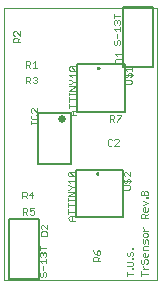
<source format=gto>
G75*
G70*
%OFA0B0*%
%FSLAX24Y24*%
%IPPOS*%
%LPD*%
%AMOC8*
5,1,8,0,0,1.08239X$1,22.5*
%
%ADD10C,0.0000*%
%ADD11C,0.0020*%
%ADD12C,0.0050*%
%ADD13C,0.0080*%
%ADD14C,0.0256*%
%ADD15C,0.0001*%
D10*
X000900Y000980D02*
X000900Y010035D01*
X006018Y010035D01*
X006018Y000980D01*
X000900Y000980D01*
X003986Y004499D02*
X003997Y004494D01*
X004009Y004492D01*
X004022Y004494D01*
X004033Y004499D01*
X004041Y004508D01*
X004047Y004519D01*
X004049Y004531D01*
X004047Y004543D01*
X004041Y004554D01*
X004033Y004563D01*
X004022Y004569D01*
X004009Y004571D01*
X003997Y004569D01*
X003986Y004563D01*
X003978Y004554D01*
X003972Y004543D01*
X003970Y004531D01*
X003972Y004519D01*
X003978Y004508D01*
X003986Y004499D01*
X004049Y008012D02*
X004062Y008014D01*
X004073Y008019D01*
X004081Y008028D01*
X004087Y008039D01*
X004089Y008051D01*
X004087Y008063D01*
X004081Y008074D01*
X004073Y008083D01*
X004062Y008089D01*
X004049Y008091D01*
X004037Y008089D01*
X004026Y008083D01*
X004018Y008074D01*
X004012Y008063D01*
X004010Y008051D01*
X004012Y008039D01*
X004018Y008028D01*
X004026Y008019D01*
X004037Y008014D01*
X004049Y008012D01*
D11*
X004612Y008211D02*
X004612Y008321D01*
X004649Y008357D01*
X004796Y008357D01*
X004832Y008321D01*
X004832Y008211D01*
X004612Y008211D01*
X004685Y008432D02*
X004612Y008505D01*
X004832Y008505D01*
X004832Y008432D02*
X004832Y008578D01*
X004746Y008828D02*
X004782Y008864D01*
X004782Y008938D01*
X004746Y008974D01*
X004709Y008974D01*
X004672Y008938D01*
X004672Y008864D01*
X004635Y008828D01*
X004599Y008828D01*
X004562Y008864D01*
X004562Y008938D01*
X004599Y008974D01*
X004672Y009049D02*
X004672Y009195D01*
X004635Y009270D02*
X004562Y009343D01*
X004782Y009343D01*
X004782Y009270D02*
X004782Y009416D01*
X004746Y009491D02*
X004782Y009527D01*
X004782Y009601D01*
X004746Y009637D01*
X004709Y009637D01*
X004672Y009601D01*
X004672Y009564D01*
X004672Y009601D02*
X004635Y009637D01*
X004599Y009637D01*
X004562Y009601D01*
X004562Y009527D01*
X004599Y009491D01*
X004562Y009712D02*
X004562Y009858D01*
X004562Y009785D02*
X004782Y009785D01*
X005157Y008103D02*
X005157Y007956D01*
X005157Y008030D02*
X004937Y008030D01*
X005011Y007956D01*
X004974Y007882D02*
X004937Y007846D01*
X004937Y007772D01*
X004974Y007735D01*
X005011Y007735D01*
X005047Y007772D01*
X005047Y007846D01*
X005084Y007882D01*
X005121Y007882D01*
X005157Y007846D01*
X005157Y007772D01*
X005121Y007735D01*
X005121Y007661D02*
X004937Y007661D01*
X004901Y007809D02*
X005194Y007809D01*
X005121Y007661D02*
X005157Y007625D01*
X005157Y007551D01*
X005121Y007514D01*
X004937Y007514D01*
X004806Y006480D02*
X004659Y006480D01*
X004585Y006443D02*
X004585Y006370D01*
X004548Y006333D01*
X004438Y006333D01*
X004438Y006260D02*
X004438Y006480D01*
X004548Y006480D01*
X004585Y006443D01*
X004511Y006333D02*
X004585Y006260D01*
X004659Y006260D02*
X004659Y006297D01*
X004806Y006443D01*
X004806Y006480D01*
X004689Y005680D02*
X004616Y005680D01*
X004579Y005643D01*
X004505Y005643D02*
X004468Y005680D01*
X004395Y005680D01*
X004358Y005643D01*
X004358Y005497D01*
X004395Y005460D01*
X004468Y005460D01*
X004505Y005497D01*
X004579Y005460D02*
X004726Y005607D01*
X004726Y005643D01*
X004689Y005680D01*
X004726Y005460D02*
X004579Y005460D01*
X004934Y004583D02*
X004897Y004547D01*
X004897Y004473D01*
X004934Y004436D01*
X004934Y004362D02*
X004897Y004326D01*
X004897Y004252D01*
X004934Y004215D01*
X004971Y004215D01*
X005007Y004252D01*
X005007Y004326D01*
X005044Y004362D01*
X005081Y004362D01*
X005117Y004326D01*
X005117Y004252D01*
X005081Y004215D01*
X005081Y004141D02*
X004897Y004141D01*
X004897Y003994D02*
X005081Y003994D01*
X005117Y004031D01*
X005117Y004105D01*
X005081Y004141D01*
X005154Y004289D02*
X004861Y004289D01*
X005117Y004436D02*
X004971Y004583D01*
X004934Y004583D01*
X005117Y004583D02*
X005117Y004436D01*
X005507Y003956D02*
X005470Y003919D01*
X005470Y003809D01*
X005690Y003809D01*
X005690Y003919D01*
X005653Y003956D01*
X005617Y003956D01*
X005580Y003919D01*
X005580Y003809D01*
X005653Y003735D02*
X005653Y003699D01*
X005690Y003699D01*
X005690Y003735D01*
X005653Y003735D01*
X005543Y003624D02*
X005690Y003551D01*
X005543Y003478D01*
X005580Y003403D02*
X005617Y003403D01*
X005617Y003257D01*
X005653Y003257D02*
X005580Y003257D01*
X005543Y003293D01*
X005543Y003367D01*
X005580Y003403D01*
X005690Y003367D02*
X005690Y003293D01*
X005653Y003257D01*
X005690Y003182D02*
X005617Y003109D01*
X005617Y003146D02*
X005617Y003036D01*
X005690Y003036D02*
X005470Y003036D01*
X005470Y003146D01*
X005507Y003182D01*
X005580Y003182D01*
X005617Y003146D01*
X005543Y002740D02*
X005543Y002704D01*
X005617Y002630D01*
X005690Y002630D02*
X005543Y002630D01*
X005580Y002556D02*
X005543Y002520D01*
X005543Y002446D01*
X005580Y002409D01*
X005653Y002409D01*
X005690Y002446D01*
X005690Y002520D01*
X005653Y002556D01*
X005580Y002556D01*
X005543Y002335D02*
X005543Y002225D01*
X005580Y002188D01*
X005617Y002225D01*
X005617Y002299D01*
X005653Y002335D01*
X005690Y002299D01*
X005690Y002188D01*
X005690Y002114D02*
X005580Y002114D01*
X005543Y002078D01*
X005543Y001967D01*
X005690Y001967D01*
X005617Y001893D02*
X005617Y001746D01*
X005653Y001746D02*
X005580Y001746D01*
X005543Y001783D01*
X005543Y001857D01*
X005580Y001893D01*
X005617Y001893D01*
X005690Y001857D02*
X005690Y001783D01*
X005653Y001746D01*
X005653Y001672D02*
X005690Y001636D01*
X005690Y001562D01*
X005653Y001525D01*
X005580Y001562D02*
X005580Y001636D01*
X005617Y001672D01*
X005653Y001672D01*
X005580Y001562D02*
X005543Y001525D01*
X005507Y001525D01*
X005470Y001562D01*
X005470Y001636D01*
X005507Y001672D01*
X005543Y001451D02*
X005543Y001415D01*
X005617Y001341D01*
X005690Y001341D02*
X005543Y001341D01*
X005470Y001267D02*
X005470Y001120D01*
X005470Y001194D02*
X005690Y001194D01*
X005210Y001189D02*
X004990Y001189D01*
X004990Y001116D02*
X004990Y001262D01*
X004990Y001447D02*
X005173Y001447D01*
X005210Y001484D01*
X005210Y001557D01*
X005173Y001594D01*
X004990Y001594D01*
X005027Y001779D02*
X004990Y001815D01*
X004990Y001889D01*
X005027Y001925D01*
X005100Y001889D02*
X005100Y001815D01*
X005063Y001779D01*
X005027Y001779D01*
X005100Y001889D02*
X005137Y001925D01*
X005173Y001925D01*
X005210Y001889D01*
X005210Y001815D01*
X005173Y001779D01*
X005173Y001705D02*
X005210Y001705D01*
X005210Y001668D01*
X005173Y001668D01*
X005173Y001705D01*
X005173Y002000D02*
X005173Y002036D01*
X005210Y002036D01*
X005210Y002000D01*
X005173Y002000D01*
X005173Y001373D02*
X005210Y001373D01*
X005210Y001337D01*
X005173Y001337D01*
X005173Y001373D01*
X004100Y001598D02*
X003880Y001598D01*
X003880Y001708D01*
X003917Y001745D01*
X003990Y001745D01*
X004027Y001708D01*
X004027Y001598D01*
X004027Y001671D02*
X004100Y001745D01*
X004063Y001819D02*
X004100Y001856D01*
X004100Y001929D01*
X004063Y001966D01*
X004027Y001966D01*
X003990Y001929D01*
X003990Y001819D01*
X004063Y001819D01*
X003990Y001819D02*
X003917Y001892D01*
X003880Y001966D01*
X003267Y002963D02*
X003120Y002963D01*
X003047Y003037D01*
X003120Y003110D01*
X003267Y003110D01*
X003157Y003110D02*
X003157Y002963D01*
X003047Y003184D02*
X003047Y003331D01*
X003047Y003258D02*
X003267Y003258D01*
X003267Y003479D02*
X003047Y003479D01*
X003047Y003552D02*
X003047Y003405D01*
X003047Y003626D02*
X003047Y003700D01*
X003047Y003663D02*
X003267Y003663D01*
X003267Y003626D02*
X003267Y003700D01*
X003267Y003773D02*
X003047Y003773D01*
X003267Y003920D01*
X003047Y003920D01*
X003047Y003994D02*
X003084Y003994D01*
X003157Y004068D01*
X003267Y004068D01*
X003157Y004068D02*
X003084Y004141D01*
X003047Y004141D01*
X003120Y004215D02*
X003047Y004289D01*
X003267Y004289D01*
X003267Y004362D02*
X003267Y004215D01*
X003230Y004436D02*
X003084Y004436D01*
X003047Y004473D01*
X003047Y004547D01*
X003084Y004583D01*
X003230Y004436D01*
X003267Y004473D01*
X003267Y004547D01*
X003230Y004583D01*
X003084Y004583D01*
X002010Y006192D02*
X002010Y006266D01*
X002010Y006229D02*
X001790Y006229D01*
X001790Y006192D02*
X001790Y006266D01*
X001826Y006340D02*
X001790Y006376D01*
X001790Y006450D01*
X001826Y006486D01*
X001826Y006561D02*
X001790Y006597D01*
X001790Y006671D01*
X001826Y006707D01*
X001863Y006707D01*
X002010Y006561D01*
X002010Y006707D01*
X001973Y006486D02*
X002010Y006450D01*
X002010Y006376D01*
X001973Y006340D01*
X001826Y006340D01*
X001785Y007540D02*
X001711Y007613D01*
X001748Y007613D02*
X001785Y007650D01*
X001785Y007723D01*
X001748Y007760D01*
X001638Y007760D01*
X001638Y007540D01*
X001638Y007613D02*
X001748Y007613D01*
X001859Y007577D02*
X001896Y007540D01*
X001969Y007540D01*
X002006Y007577D01*
X002006Y007613D01*
X001969Y007650D01*
X001932Y007650D01*
X001969Y007650D02*
X002006Y007687D01*
X002006Y007723D01*
X001969Y007760D01*
X001896Y007760D01*
X001859Y007723D01*
X001859Y008060D02*
X002006Y008060D01*
X001932Y008060D02*
X001932Y008280D01*
X001859Y008207D01*
X001785Y008243D02*
X001785Y008170D01*
X001748Y008133D01*
X001638Y008133D01*
X001638Y008060D02*
X001638Y008280D01*
X001748Y008280D01*
X001785Y008243D01*
X001711Y008133D02*
X001785Y008060D01*
X001440Y008900D02*
X001220Y008900D01*
X001220Y009010D01*
X001257Y009047D01*
X001330Y009047D01*
X001367Y009010D01*
X001367Y008900D01*
X001367Y008973D02*
X001440Y009047D01*
X001440Y009121D02*
X001293Y009268D01*
X001257Y009268D01*
X001220Y009231D01*
X001220Y009158D01*
X001257Y009121D01*
X001440Y009121D02*
X001440Y009268D01*
X003087Y008067D02*
X003124Y008103D01*
X003270Y007956D01*
X003307Y007993D01*
X003307Y008067D01*
X003270Y008103D01*
X003124Y008103D01*
X003087Y008067D02*
X003087Y007993D01*
X003124Y007956D01*
X003270Y007956D01*
X003307Y007882D02*
X003307Y007735D01*
X003307Y007809D02*
X003087Y007809D01*
X003160Y007735D01*
X003124Y007661D02*
X003197Y007588D01*
X003307Y007588D01*
X003307Y007440D02*
X003087Y007440D01*
X003087Y007514D02*
X003124Y007514D01*
X003197Y007588D01*
X003124Y007661D02*
X003087Y007661D01*
X003307Y007440D02*
X003087Y007293D01*
X003307Y007293D01*
X003307Y007220D02*
X003307Y007146D01*
X003307Y007183D02*
X003087Y007183D01*
X003087Y007146D02*
X003087Y007220D01*
X003087Y007072D02*
X003087Y006925D01*
X003087Y006999D02*
X003307Y006999D01*
X003307Y006778D02*
X003087Y006778D01*
X003087Y006851D02*
X003087Y006704D01*
X003160Y006630D02*
X003087Y006557D01*
X003160Y006483D01*
X003307Y006483D01*
X003307Y006630D02*
X003160Y006630D01*
X003197Y006630D02*
X003197Y006483D01*
X001849Y003920D02*
X001739Y003810D01*
X001886Y003810D01*
X001849Y003700D02*
X001849Y003920D01*
X001665Y003883D02*
X001665Y003810D01*
X001628Y003773D01*
X001518Y003773D01*
X001518Y003700D02*
X001518Y003920D01*
X001628Y003920D01*
X001665Y003883D01*
X001591Y003773D02*
X001665Y003700D01*
X001650Y003380D02*
X001540Y003380D01*
X001540Y003160D01*
X001540Y003233D02*
X001650Y003233D01*
X001687Y003270D01*
X001687Y003343D01*
X001650Y003380D01*
X001761Y003380D02*
X001761Y003270D01*
X001834Y003307D01*
X001871Y003307D01*
X001908Y003270D01*
X001908Y003197D01*
X001871Y003160D01*
X001798Y003160D01*
X001761Y003197D01*
X001687Y003160D02*
X001613Y003233D01*
X001761Y003380D02*
X001908Y003380D01*
X002165Y002819D02*
X002128Y002782D01*
X002128Y002708D01*
X002165Y002672D01*
X002165Y002598D02*
X002128Y002561D01*
X002128Y002451D01*
X002348Y002451D01*
X002348Y002561D01*
X002312Y002598D01*
X002165Y002598D01*
X002348Y002672D02*
X002202Y002819D01*
X002165Y002819D01*
X002348Y002819D02*
X002348Y002672D01*
X002098Y002122D02*
X002098Y001975D01*
X002098Y002048D02*
X002318Y002048D01*
X002282Y001901D02*
X002318Y001864D01*
X002318Y001790D01*
X002282Y001754D01*
X002318Y001680D02*
X002318Y001533D01*
X002318Y001606D02*
X002098Y001606D01*
X002172Y001533D01*
X002208Y001459D02*
X002208Y001312D01*
X002245Y001238D02*
X002282Y001238D01*
X002318Y001201D01*
X002318Y001127D01*
X002282Y001091D01*
X002208Y001127D02*
X002208Y001201D01*
X002245Y001238D01*
X002208Y001127D02*
X002172Y001091D01*
X002135Y001091D01*
X002098Y001127D01*
X002098Y001201D01*
X002135Y001238D01*
X002135Y001754D02*
X002098Y001790D01*
X002098Y001864D01*
X002135Y001901D01*
X002172Y001901D01*
X002208Y001864D01*
X002245Y001901D01*
X002282Y001901D01*
X002208Y001864D02*
X002208Y001827D01*
X005507Y003956D02*
X005543Y003956D01*
X005580Y003919D01*
D12*
X004887Y004647D02*
X004887Y003073D01*
X003313Y003073D01*
X003313Y004647D01*
X004887Y004647D01*
X004927Y006593D02*
X004927Y008167D01*
X003353Y008167D01*
X003353Y006593D01*
X004927Y006593D01*
X004882Y008083D02*
X005882Y008083D01*
X005882Y010083D01*
X004882Y010083D01*
X004882Y008083D01*
X002078Y003001D02*
X001078Y003001D01*
X001078Y001001D01*
X002078Y001001D01*
X002078Y003001D01*
D13*
X002029Y004854D02*
X003131Y004854D01*
X003131Y006546D01*
X002029Y006546D01*
X002029Y004854D01*
D14*
X002836Y006340D03*
D15*
X004027Y008019D02*
X004072Y008019D01*
X004073Y008020D02*
X004026Y008020D01*
X004025Y008021D02*
X004074Y008021D01*
X004075Y008022D02*
X004024Y008022D01*
X004023Y008023D02*
X004076Y008023D01*
X004077Y008024D02*
X004022Y008024D01*
X004021Y008025D02*
X004078Y008025D01*
X004079Y008026D02*
X004020Y008026D01*
X004019Y008027D02*
X004080Y008027D01*
X004081Y008028D02*
X004018Y008028D01*
X004017Y008029D02*
X004082Y008029D01*
X004082Y008030D02*
X004017Y008030D01*
X004016Y008031D02*
X004083Y008031D01*
X004083Y008032D02*
X004016Y008032D01*
X004015Y008033D02*
X004084Y008033D01*
X004084Y008034D02*
X004015Y008034D01*
X004014Y008035D02*
X004085Y008035D01*
X004085Y008036D02*
X004014Y008036D01*
X004013Y008037D02*
X004086Y008037D01*
X004086Y008038D02*
X004013Y008038D01*
X004012Y008039D02*
X004087Y008039D01*
X004087Y008040D02*
X004012Y008040D01*
X004012Y008041D02*
X004087Y008041D01*
X004087Y008042D02*
X004012Y008042D01*
X004011Y008043D02*
X004088Y008043D01*
X004088Y008044D02*
X004011Y008044D01*
X004011Y008045D02*
X004088Y008045D01*
X004088Y008046D02*
X004011Y008046D01*
X004011Y008047D02*
X004088Y008047D01*
X004088Y008048D02*
X004011Y008048D01*
X004010Y008049D02*
X004088Y008049D01*
X004089Y008050D02*
X004010Y008050D01*
X004010Y008051D02*
X004089Y008051D01*
X004089Y008052D02*
X004010Y008052D01*
X004010Y008053D02*
X004089Y008053D01*
X004088Y008054D02*
X004011Y008054D01*
X004011Y008055D02*
X004088Y008055D01*
X004088Y008056D02*
X004011Y008056D01*
X004011Y008057D02*
X004088Y008057D01*
X004088Y008058D02*
X004011Y008058D01*
X004011Y008059D02*
X004088Y008059D01*
X004087Y008060D02*
X004011Y008060D01*
X004012Y008061D02*
X004087Y008061D01*
X004087Y008062D02*
X004012Y008062D01*
X004012Y008063D02*
X004087Y008063D01*
X004087Y008064D02*
X004012Y008064D01*
X004013Y008065D02*
X004086Y008065D01*
X004086Y008066D02*
X004013Y008066D01*
X004014Y008067D02*
X004085Y008067D01*
X004085Y008068D02*
X004014Y008068D01*
X004015Y008069D02*
X004084Y008069D01*
X004084Y008070D02*
X004015Y008070D01*
X004016Y008071D02*
X004083Y008071D01*
X004083Y008072D02*
X004016Y008072D01*
X004017Y008073D02*
X004082Y008073D01*
X004081Y008074D02*
X004017Y008074D01*
X004018Y008075D02*
X004081Y008075D01*
X004080Y008076D02*
X004019Y008076D01*
X004020Y008077D02*
X004079Y008077D01*
X004078Y008078D02*
X004021Y008078D01*
X004022Y008079D02*
X004077Y008079D01*
X004076Y008080D02*
X004023Y008080D01*
X004024Y008081D02*
X004075Y008081D01*
X004074Y008082D02*
X004025Y008082D01*
X004026Y008083D02*
X004073Y008083D01*
X004071Y008084D02*
X004028Y008084D01*
X004030Y008085D02*
X004069Y008085D01*
X004067Y008086D02*
X004032Y008086D01*
X004034Y008087D02*
X004065Y008087D01*
X004063Y008088D02*
X004036Y008088D01*
X004039Y008089D02*
X004060Y008089D01*
X004053Y008090D02*
X004045Y008090D01*
X004029Y008018D02*
X004070Y008018D01*
X004068Y008017D02*
X004031Y008017D01*
X004033Y008016D02*
X004066Y008016D01*
X004064Y008015D02*
X004035Y008015D01*
X004037Y008014D02*
X004062Y008014D01*
X004057Y008013D02*
X004042Y008013D01*
X004048Y008012D02*
X004051Y008012D01*
X004008Y004570D02*
X004011Y004570D01*
X004017Y004569D02*
X004002Y004569D01*
X003997Y004568D02*
X004022Y004568D01*
X004024Y004567D02*
X003995Y004567D01*
X003993Y004566D02*
X004026Y004566D01*
X004028Y004565D02*
X003991Y004565D01*
X003989Y004564D02*
X004030Y004564D01*
X004032Y004563D02*
X003987Y004563D01*
X003986Y004562D02*
X004033Y004562D01*
X004034Y004561D02*
X003985Y004561D01*
X003984Y004560D02*
X004035Y004560D01*
X004036Y004559D02*
X003983Y004559D01*
X003982Y004558D02*
X004037Y004558D01*
X004038Y004557D02*
X003981Y004557D01*
X003980Y004556D02*
X004039Y004556D01*
X004040Y004555D02*
X003979Y004555D01*
X003978Y004554D02*
X004041Y004554D01*
X004042Y004553D02*
X003977Y004553D01*
X003977Y004552D02*
X004042Y004552D01*
X004043Y004551D02*
X003976Y004551D01*
X003976Y004550D02*
X004043Y004550D01*
X004044Y004549D02*
X003975Y004549D01*
X003975Y004548D02*
X004044Y004548D01*
X004045Y004547D02*
X003974Y004547D01*
X003974Y004546D02*
X004045Y004546D01*
X004046Y004545D02*
X003973Y004545D01*
X003973Y004544D02*
X004046Y004544D01*
X004047Y004543D02*
X003972Y004543D01*
X003972Y004542D02*
X004047Y004542D01*
X004047Y004541D02*
X003972Y004541D01*
X003972Y004540D02*
X004047Y004540D01*
X004048Y004539D02*
X003971Y004539D01*
X003971Y004538D02*
X004048Y004538D01*
X004048Y004537D02*
X003971Y004537D01*
X003971Y004536D02*
X004048Y004536D01*
X004048Y004535D02*
X003971Y004535D01*
X003971Y004534D02*
X004048Y004534D01*
X004048Y004533D02*
X003970Y004533D01*
X004049Y004533D01*
X004049Y004532D02*
X003970Y004532D01*
X003970Y004531D02*
X004049Y004531D01*
X004049Y004530D02*
X003970Y004530D01*
X003971Y004529D02*
X004048Y004529D01*
X004048Y004528D02*
X003971Y004528D01*
X003971Y004527D02*
X004048Y004527D01*
X004048Y004526D02*
X003971Y004526D01*
X003971Y004525D02*
X004048Y004525D01*
X004048Y004524D02*
X003971Y004524D01*
X003971Y004523D02*
X004047Y004523D01*
X004047Y004522D02*
X003972Y004522D01*
X003972Y004521D02*
X004047Y004521D01*
X004047Y004520D02*
X003972Y004520D01*
X003972Y004519D02*
X004047Y004519D01*
X004046Y004518D02*
X003973Y004518D01*
X003973Y004517D02*
X004046Y004517D01*
X004045Y004516D02*
X003974Y004516D01*
X003974Y004515D02*
X004045Y004515D01*
X004044Y004514D02*
X003975Y004514D01*
X003975Y004513D02*
X004044Y004513D01*
X004043Y004512D02*
X003976Y004512D01*
X003976Y004511D02*
X004043Y004511D01*
X004042Y004510D02*
X003977Y004510D01*
X003977Y004509D02*
X004042Y004509D01*
X004041Y004508D02*
X003978Y004508D01*
X003979Y004507D02*
X004040Y004507D01*
X004039Y004506D02*
X003980Y004506D01*
X003981Y004505D02*
X004038Y004505D01*
X004037Y004504D02*
X003982Y004504D01*
X003983Y004503D02*
X004036Y004503D01*
X004035Y004502D02*
X003984Y004502D01*
X003985Y004501D02*
X004034Y004501D01*
X004033Y004500D02*
X003986Y004500D01*
X003988Y004499D02*
X004031Y004499D01*
X004029Y004498D02*
X003990Y004498D01*
X003992Y004497D02*
X004027Y004497D01*
X004025Y004496D02*
X003994Y004496D01*
X003996Y004495D02*
X004023Y004495D01*
X004020Y004494D02*
X003999Y004494D01*
X004005Y004493D02*
X004014Y004493D01*
M02*

</source>
